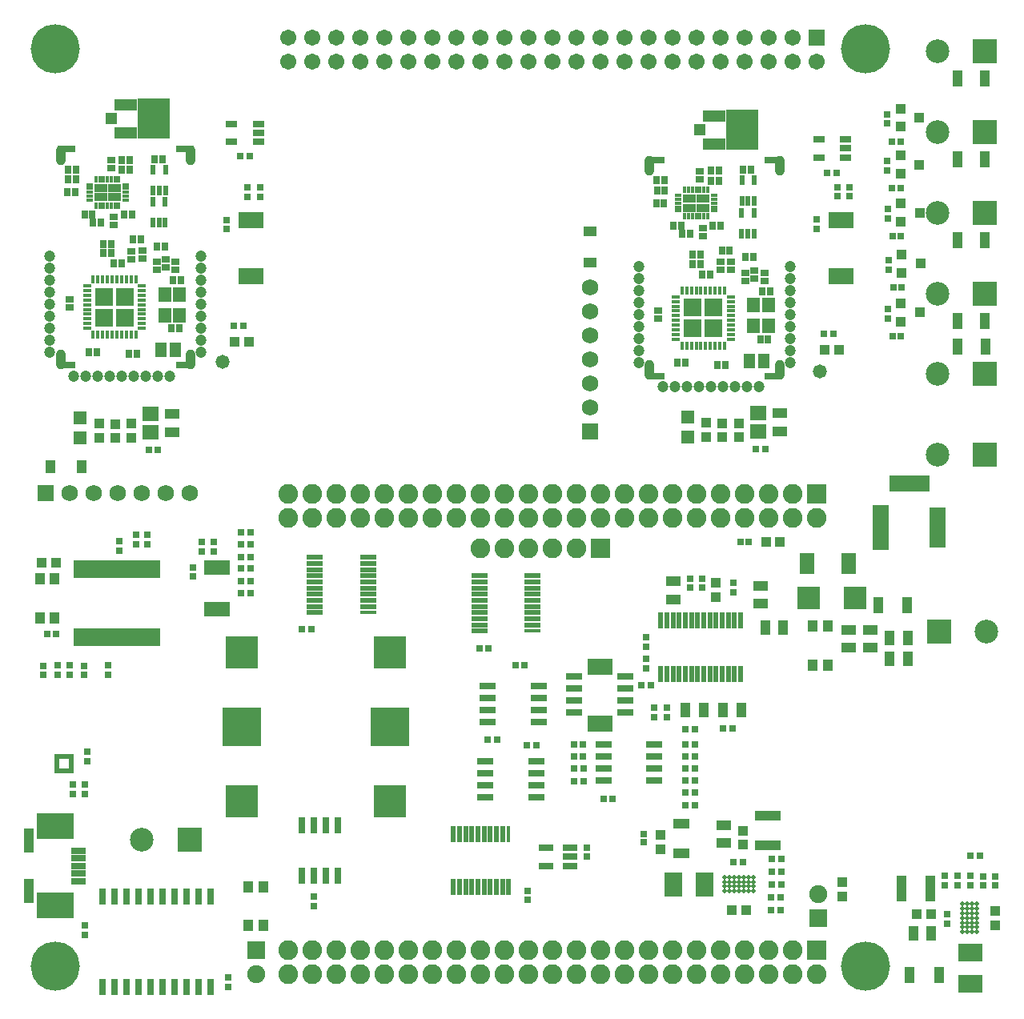
<source format=gts>
G04*
G04 #@! TF.GenerationSoftware,Altium Limited,Altium Designer,20.1.14 (287)*
G04*
G04 Layer_Color=8388736*
%FSLAX44Y44*%
%MOMM*%
G71*
G04*
G04 #@! TF.SameCoordinates,45AFD5CB-E2DC-46B4-AC03-AB9053879BB0*
G04*
G04*
G04 #@! TF.FilePolarity,Negative*
G04*
G01*
G75*
%ADD92R,3.3782X4.1910*%
%ADD93R,0.8128X0.7366*%
%ADD94R,0.7366X0.8128*%
%ADD95R,1.2192X1.6002*%
%ADD96R,1.2532X1.2032*%
%ADD97R,2.4032X1.2532*%
%ADD98R,1.9032X1.9032*%
%ADD99R,0.9032X0.4232*%
%ADD100R,0.4232X0.9032*%
%ADD101R,0.6032X1.1032*%
%ADD102R,1.3532X0.8532*%
%ADD103R,0.4032X0.8032*%
%ADD104R,0.8032X0.4032*%
%ADD105R,1.4224X1.6256*%
%ADD106C,1.2032*%
%ADD107R,1.9533X0.7033*%
%ADD108R,0.7033X1.9533*%
%ADD109R,0.7032X1.7132*%
%ADD110R,0.4400X1.7400*%
%ADD111R,0.5032X1.8032*%
%ADD112R,1.7400X0.4400*%
%ADD113R,1.8032X0.5032*%
%ADD114R,0.6532X1.9532*%
%ADD115R,0.5032X0.6032*%
%ADD116R,0.6032X0.5032*%
%ADD117R,0.6532X1.6532*%
%ADD118R,2.3632X2.4632*%
%ADD119R,4.1632X4.1632*%
%ADD120R,3.3832X3.3832*%
%ADD121R,0.7032X0.7032*%
%ADD122R,1.1032X1.5032*%
%ADD123R,1.1032X1.8032*%
%ADD124R,2.5032X1.8532*%
%ADD125R,0.7032X0.7032*%
%ADD126R,1.0032X1.0032*%
%ADD127R,1.8532X2.5032*%
%ADD128R,2.7032X1.1032*%
%ADD129R,1.5032X1.1032*%
%ADD130R,1.8032X1.1032*%
%ADD131C,1.4732*%
%ADD132R,1.4032X1.4032*%
%ADD133R,1.0032X1.0032*%
%ADD134R,1.4232X1.1132*%
%ADD135R,1.1132X1.4232*%
%ADD136R,0.7032X0.8032*%
%ADD137R,1.6032X2.2032*%
%ADD138R,0.8032X0.7032*%
%ADD139R,1.0032X2.5532*%
%ADD140R,4.0032X2.7032*%
%ADD141R,1.6032X0.7032*%
%ADD142R,1.1032X1.0032*%
%ADD143R,1.1032X1.2032*%
%ADD144R,1.3032X0.8032*%
%ADD145R,1.7532X0.8032*%
%ADD146R,0.8032X1.7532*%
%ADD147R,0.8032X1.7032*%
%ADD148R,0.6532X1.6032*%
%ADD149R,1.5032X0.7532*%
%ADD150R,1.6732X1.4882*%
%ADD151C,0.4657*%
%ADD152R,1.1032X2.7032*%
%ADD153R,0.5532X1.6532*%
G04:AMPARAMS|DCode=154|XSize=2.1032mm|YSize=0.9532mm|CornerRadius=0.4391mm|HoleSize=0mm|Usage=FLASHONLY|Rotation=90.000|XOffset=0mm|YOffset=0mm|HoleType=Round|Shape=RoundedRectangle|*
%AMROUNDEDRECTD154*
21,1,2.1032,0.0750,0,0,90.0*
21,1,1.2250,0.9532,0,0,90.0*
1,1,0.8782,0.0375,0.6125*
1,1,0.8782,0.0375,-0.6125*
1,1,0.8782,-0.0375,-0.6125*
1,1,0.8782,-0.0375,0.6125*
%
%ADD154ROUNDEDRECTD154*%
%ADD155C,1.7032*%
%ADD156R,1.7032X1.7032*%
%ADD157C,1.9032*%
%ADD158C,2.5032*%
%ADD159R,2.5032X2.5032*%
%ADD160C,2.0828*%
%ADD161R,2.0828X2.0828*%
%ADD162C,1.7332*%
%ADD163R,1.7332X1.7332*%
%ADD164R,1.7332X1.7332*%
%ADD165R,1.7032X4.2192*%
%ADD166R,4.2192X1.7032*%
%ADD167R,1.7032X4.7192*%
%ADD168C,5.2032*%
%ADD169C,0.0508*%
%ADD170C,0.0020*%
D92*
X766906Y924441D02*
D03*
X144239Y936054D02*
D03*
D93*
X789926Y764741D02*
D03*
Y773123D02*
D03*
X779441Y767451D02*
D03*
Y775833D02*
D03*
X769896Y773057D02*
D03*
Y764675D02*
D03*
X677804Y733540D02*
D03*
Y725158D02*
D03*
X754847Y776783D02*
D03*
Y785165D02*
D03*
X724936Y820593D02*
D03*
Y812211D02*
D03*
X743331Y776154D02*
D03*
Y784536D02*
D03*
X721837Y872198D02*
D03*
Y880580D02*
D03*
X99170Y883811D02*
D03*
Y892193D02*
D03*
X102269Y832206D02*
D03*
Y823824D02*
D03*
X120664Y787767D02*
D03*
Y796149D02*
D03*
X132180Y788396D02*
D03*
Y796778D02*
D03*
X147229Y784670D02*
D03*
X147229Y776288D02*
D03*
X156774Y779064D02*
D03*
X156774Y787446D02*
D03*
X167259Y776354D02*
D03*
Y784736D02*
D03*
X55137Y745153D02*
D03*
X55137Y736771D02*
D03*
D94*
X740601Y675862D02*
D03*
X748983D02*
D03*
X698384Y677899D02*
D03*
X706766D02*
D03*
X785627Y702651D02*
D03*
X794009D02*
D03*
X795855Y753778D02*
D03*
X787473D02*
D03*
X753420Y796793D02*
D03*
X745038D02*
D03*
X732965Y771687D02*
D03*
X724583D02*
D03*
X722357Y792291D02*
D03*
X713975D02*
D03*
X676415Y860045D02*
D03*
X684797D02*
D03*
X675582Y846892D02*
D03*
X683964D02*
D03*
X676079Y870853D02*
D03*
X684461D02*
D03*
X733482Y870441D02*
D03*
X741864D02*
D03*
X733439Y880998D02*
D03*
X741821D02*
D03*
X713975Y782360D02*
D03*
X722357D02*
D03*
X743664Y823022D02*
D03*
X735282D02*
D03*
X770134Y789619D02*
D03*
X778516D02*
D03*
X767825Y881990D02*
D03*
X776207D02*
D03*
X702146Y823265D02*
D03*
X693764D02*
D03*
X711194Y814385D02*
D03*
X702812D02*
D03*
X110815Y882054D02*
D03*
X119197D02*
D03*
X110772Y892611D02*
D03*
X119154D02*
D03*
X145158Y893603D02*
D03*
X153540D02*
D03*
X53412Y882466D02*
D03*
X61794D02*
D03*
X53748Y871658D02*
D03*
X62130D02*
D03*
X52915Y858505D02*
D03*
X61297D02*
D03*
X79479Y834878D02*
D03*
X71097D02*
D03*
X120997Y834635D02*
D03*
X112615D02*
D03*
X88527Y825998D02*
D03*
X80145D02*
D03*
X130753Y808406D02*
D03*
X122371Y808406D02*
D03*
X99690Y803904D02*
D03*
X91308D02*
D03*
Y793973D02*
D03*
X99690D02*
D03*
X110298Y783300D02*
D03*
X101916D02*
D03*
X147467Y801232D02*
D03*
X155849D02*
D03*
X173188Y765391D02*
D03*
X164806D02*
D03*
X162960Y714264D02*
D03*
X171342D02*
D03*
X117934Y687475D02*
D03*
X126316D02*
D03*
X75717Y689512D02*
D03*
X84099Y689512D02*
D03*
D95*
X774234Y679943D02*
D03*
X789474D02*
D03*
X151567Y691556D02*
D03*
X166807D02*
D03*
D96*
X721938Y924441D02*
D03*
X99271Y936054D02*
D03*
D97*
X737188Y909691D02*
D03*
Y939191D02*
D03*
X114521Y921304D02*
D03*
X114521Y950804D02*
D03*
D98*
X736396Y714349D02*
D03*
X714396D02*
D03*
Y736349D02*
D03*
X736396D02*
D03*
X113729Y725962D02*
D03*
X91729Y725962D02*
D03*
X91729Y747962D02*
D03*
X113729D02*
D03*
X846582Y90932D02*
D03*
X252222Y56388D02*
D03*
D99*
X754396Y722849D02*
D03*
Y717849D02*
D03*
X696396Y747849D02*
D03*
Y702849D02*
D03*
X754396Y742849D02*
D03*
X696396Y737849D02*
D03*
Y732849D02*
D03*
Y722849D02*
D03*
Y712849D02*
D03*
Y707849D02*
D03*
Y742849D02*
D03*
X754396Y702849D02*
D03*
Y707849D02*
D03*
X696396Y717849D02*
D03*
X754396Y747849D02*
D03*
Y727849D02*
D03*
Y737849D02*
D03*
X696396Y727849D02*
D03*
X754396Y712849D02*
D03*
Y732849D02*
D03*
X131729Y734462D02*
D03*
X131729Y729462D02*
D03*
X73729Y759462D02*
D03*
Y714462D02*
D03*
X131729Y754462D02*
D03*
X73729Y749462D02*
D03*
Y744462D02*
D03*
Y734462D02*
D03*
Y724462D02*
D03*
Y719462D02*
D03*
Y754462D02*
D03*
X131729Y714462D02*
D03*
Y719462D02*
D03*
X73729Y729462D02*
D03*
X131729Y759462D02*
D03*
X131729Y739462D02*
D03*
Y749462D02*
D03*
X73729Y739462D02*
D03*
X131729Y724462D02*
D03*
X131729Y744462D02*
D03*
D100*
X742896Y696349D02*
D03*
X717896Y754349D02*
D03*
X727896D02*
D03*
X702896D02*
D03*
X722896D02*
D03*
X712896D02*
D03*
X707896D02*
D03*
X747896D02*
D03*
X702896Y696349D02*
D03*
X707896D02*
D03*
X712896D02*
D03*
X717896D02*
D03*
X727896D02*
D03*
X732896D02*
D03*
X737896D02*
D03*
X747896D02*
D03*
X722896D02*
D03*
X732896Y754349D02*
D03*
X742896D02*
D03*
X737896D02*
D03*
X120229Y707962D02*
D03*
X95229Y765962D02*
D03*
X105229Y765962D02*
D03*
X80229D02*
D03*
X100229Y765962D02*
D03*
X90229D02*
D03*
X85229Y765962D02*
D03*
X125229D02*
D03*
X80229Y707962D02*
D03*
X85229D02*
D03*
X90229D02*
D03*
X95229D02*
D03*
X105229D02*
D03*
X110229D02*
D03*
X115229Y707962D02*
D03*
X125229D02*
D03*
X100229Y707962D02*
D03*
X110229Y765962D02*
D03*
X120229D02*
D03*
X115229D02*
D03*
D101*
X779267Y849010D02*
D03*
X766267Y871010D02*
D03*
Y849010D02*
D03*
X772767D02*
D03*
X779267Y871010D02*
D03*
X779101Y814782D02*
D03*
X766101Y836782D02*
D03*
Y814782D02*
D03*
X772601D02*
D03*
X779101Y836782D02*
D03*
X156434Y826395D02*
D03*
X143434Y848395D02*
D03*
Y826395D02*
D03*
X149934D02*
D03*
X156434Y848395D02*
D03*
X156600Y860623D02*
D03*
X143600Y882623D02*
D03*
X143600Y860623D02*
D03*
X150100D02*
D03*
X156600Y882623D02*
D03*
D102*
X710727Y841982D02*
D03*
Y851482D02*
D03*
X725227D02*
D03*
Y841982D02*
D03*
X88060Y853595D02*
D03*
X88060Y863095D02*
D03*
X102560D02*
D03*
Y853595D02*
D03*
D103*
X729977Y860732D02*
D03*
X713977Y832732D02*
D03*
X717977D02*
D03*
X729977D02*
D03*
X713977Y860732D02*
D03*
X709977D02*
D03*
X717977D02*
D03*
X725977D02*
D03*
X721977Y832732D02*
D03*
X705977Y860732D02*
D03*
Y832732D02*
D03*
X709977D02*
D03*
X725977D02*
D03*
X721977Y860732D02*
D03*
X107310Y872345D02*
D03*
X91310Y844345D02*
D03*
X95310D02*
D03*
X107310D02*
D03*
X91310Y872345D02*
D03*
X87310D02*
D03*
X95310D02*
D03*
X103310D02*
D03*
X99310Y844345D02*
D03*
X83310Y872345D02*
D03*
Y844345D02*
D03*
X87310D02*
D03*
X103310D02*
D03*
X99310Y872345D02*
D03*
D104*
X736977Y838732D02*
D03*
Y842732D02*
D03*
Y846732D02*
D03*
Y850732D02*
D03*
Y854732D02*
D03*
X698977Y846732D02*
D03*
Y838732D02*
D03*
Y850732D02*
D03*
Y854732D02*
D03*
Y842732D02*
D03*
X114310Y850345D02*
D03*
Y854345D02*
D03*
Y858345D02*
D03*
Y862345D02*
D03*
Y866345D02*
D03*
X76310Y858345D02*
D03*
Y850345D02*
D03*
Y862345D02*
D03*
Y866345D02*
D03*
Y854345D02*
D03*
D105*
X794373Y738835D02*
D03*
X778371Y716833D02*
D03*
X794373D02*
D03*
X778371Y738835D02*
D03*
X171706Y750448D02*
D03*
X155704Y728446D02*
D03*
X171706D02*
D03*
X155704Y750448D02*
D03*
D106*
X657145Y766829D02*
D03*
Y754129D02*
D03*
Y779529D02*
D03*
Y741429D02*
D03*
Y728729D02*
D03*
X817145Y779529D02*
D03*
Y766829D02*
D03*
Y754129D02*
D03*
Y741429D02*
D03*
X817145Y716029D02*
D03*
X817145Y728729D02*
D03*
X657145Y690629D02*
D03*
Y677929D02*
D03*
Y716029D02*
D03*
Y703329D02*
D03*
X695245Y652529D02*
D03*
X682545D02*
D03*
X707945D02*
D03*
X817145Y677929D02*
D03*
X746045Y652529D02*
D03*
X817145Y703329D02*
D03*
Y690629D02*
D03*
X733345Y652529D02*
D03*
X720645D02*
D03*
X784145D02*
D03*
X758745D02*
D03*
X771445D02*
D03*
X34478Y778442D02*
D03*
X34478Y765742D02*
D03*
Y791142D02*
D03*
Y753042D02*
D03*
Y740342D02*
D03*
X194478Y791142D02*
D03*
X194478Y778442D02*
D03*
X194478Y765742D02*
D03*
Y753042D02*
D03*
X194478Y727642D02*
D03*
X194478Y740342D02*
D03*
X34478Y702242D02*
D03*
Y689542D02*
D03*
Y727642D02*
D03*
X34478Y714942D02*
D03*
X72578Y664142D02*
D03*
X59878Y664142D02*
D03*
X85278D02*
D03*
X194478Y689542D02*
D03*
X123378Y664142D02*
D03*
X194478Y714942D02*
D03*
X194478Y702242D02*
D03*
X110678Y664142D02*
D03*
X97978D02*
D03*
X161478Y664142D02*
D03*
X136078Y664142D02*
D03*
X148778Y664142D02*
D03*
D107*
X799804Y892528D02*
D03*
Y663959D02*
D03*
X674826D02*
D03*
Y892528D02*
D03*
X177137Y904141D02*
D03*
X177137Y675572D02*
D03*
X52159D02*
D03*
X52159Y904141D02*
D03*
D108*
X806055Y886277D02*
D03*
Y670207D02*
D03*
X668575D02*
D03*
Y886277D02*
D03*
X183388Y897890D02*
D03*
Y681820D02*
D03*
X45908D02*
D03*
X45908Y897890D02*
D03*
D109*
X625700Y296644D02*
D03*
X619200D02*
D03*
X612700D02*
D03*
X606200D02*
D03*
Y356644D02*
D03*
X612700D02*
D03*
X619200D02*
D03*
X625700D02*
D03*
D110*
X519724Y179780D02*
D03*
D111*
X513224D02*
D03*
X506724D02*
D03*
X500224D02*
D03*
X493724D02*
D03*
X487224D02*
D03*
X480724D02*
D03*
X474224D02*
D03*
X467724D02*
D03*
X461224D02*
D03*
Y123780D02*
D03*
X467724D02*
D03*
X474224D02*
D03*
X480724D02*
D03*
X487224D02*
D03*
X493724D02*
D03*
X500224D02*
D03*
X506724D02*
D03*
X513224D02*
D03*
X519724D02*
D03*
D112*
X544524Y394216D02*
D03*
X370788Y413736D02*
D03*
D113*
X544524Y400716D02*
D03*
Y407216D02*
D03*
Y413716D02*
D03*
Y420216D02*
D03*
Y426716D02*
D03*
Y433216D02*
D03*
Y439716D02*
D03*
Y446216D02*
D03*
Y452716D02*
D03*
X488524D02*
D03*
Y446216D02*
D03*
Y439716D02*
D03*
Y433216D02*
D03*
Y426716D02*
D03*
Y420216D02*
D03*
Y413716D02*
D03*
Y407216D02*
D03*
Y400716D02*
D03*
Y394216D02*
D03*
X370788Y420236D02*
D03*
Y426736D02*
D03*
Y433236D02*
D03*
Y439736D02*
D03*
Y446236D02*
D03*
Y452736D02*
D03*
Y459236D02*
D03*
Y465736D02*
D03*
Y472236D02*
D03*
X314788D02*
D03*
Y465736D02*
D03*
Y459236D02*
D03*
Y452736D02*
D03*
Y446236D02*
D03*
Y439736D02*
D03*
Y433236D02*
D03*
Y426736D02*
D03*
Y420236D02*
D03*
Y413736D02*
D03*
D114*
X63032Y387372D02*
D03*
X69532D02*
D03*
X76032D02*
D03*
X82532D02*
D03*
X89032D02*
D03*
X95532D02*
D03*
X102032D02*
D03*
X108532D02*
D03*
X115032D02*
D03*
X121532D02*
D03*
X128032D02*
D03*
X134532D02*
D03*
X141032D02*
D03*
X147532D02*
D03*
X63032Y459372D02*
D03*
X69532D02*
D03*
X76032D02*
D03*
X82532D02*
D03*
X89032D02*
D03*
X95532D02*
D03*
X102032D02*
D03*
X108532D02*
D03*
X115032D02*
D03*
X121532D02*
D03*
X128032D02*
D03*
X134532D02*
D03*
X141032D02*
D03*
X147532D02*
D03*
D115*
X52156Y246426D02*
D03*
X47156D02*
D03*
Y261426D02*
D03*
X52156D02*
D03*
D116*
X42031Y246426D02*
D03*
Y251426D02*
D03*
Y256426D02*
D03*
Y261426D02*
D03*
X57281D02*
D03*
Y256426D02*
D03*
Y251426D02*
D03*
Y246426D02*
D03*
D117*
X861166Y828983D02*
D03*
X867666D02*
D03*
X874166D02*
D03*
X880666D02*
D03*
Y769983D02*
D03*
X874166D02*
D03*
X867666D02*
D03*
X861166D02*
D03*
X237342Y828475D02*
D03*
X243842D02*
D03*
X250342D02*
D03*
X256842D02*
D03*
Y769475D02*
D03*
X250342D02*
D03*
X243842D02*
D03*
X237342D02*
D03*
D118*
X885544Y429006D02*
D03*
X836544D02*
D03*
D119*
X394246Y292860D02*
D03*
X237490Y293116D02*
D03*
D120*
X394246Y214160D02*
D03*
Y371560D02*
D03*
X237490Y371816D02*
D03*
Y214416D02*
D03*
D121*
X236960Y447266D02*
D03*
X246960D02*
D03*
X236960Y434256D02*
D03*
X246960D02*
D03*
X498552Y375920D02*
D03*
X488552D02*
D03*
X310816Y395986D02*
D03*
X300816D02*
D03*
X767030Y150211D02*
D03*
X757030D02*
D03*
X807416Y99411D02*
D03*
X797416D02*
D03*
X807416Y112873D02*
D03*
X797416D02*
D03*
X807670Y126335D02*
D03*
X797670D02*
D03*
X807924Y153259D02*
D03*
X797924D02*
D03*
X866050Y879094D02*
D03*
X856050D02*
D03*
X245782Y896366D02*
D03*
X235782D02*
D03*
X31322Y391340D02*
D03*
X41322D02*
D03*
X239060Y717099D02*
D03*
X229060D02*
D03*
X862814Y708914D02*
D03*
X852814D02*
D03*
X148820Y585978D02*
D03*
X138820D02*
D03*
X791186Y586994D02*
D03*
X781186D02*
D03*
X716557Y290830D02*
D03*
X706557D02*
D03*
X756658Y291116D02*
D03*
X746658D02*
D03*
X669718Y337356D02*
D03*
X659718D02*
D03*
X629760Y216916D02*
D03*
X619760D02*
D03*
X538964Y273412D02*
D03*
X548964D02*
D03*
X507510Y279204D02*
D03*
X497510D02*
D03*
X716196Y223266D02*
D03*
X706196D02*
D03*
X716450Y248666D02*
D03*
X706450D02*
D03*
X716450Y261366D02*
D03*
X706450D02*
D03*
X588340Y274066D02*
D03*
X598340D02*
D03*
X588340Y261366D02*
D03*
X598340D02*
D03*
X588594Y248666D02*
D03*
X598594D02*
D03*
X598598Y235712D02*
D03*
X588598D02*
D03*
X706200Y210276D02*
D03*
X716200D02*
D03*
X706450Y236184D02*
D03*
X716450D02*
D03*
X706450Y274284D02*
D03*
X716450D02*
D03*
X246887Y472786D02*
D03*
X236887D02*
D03*
X1017698Y156682D02*
D03*
X1007698D02*
D03*
X807670Y139543D02*
D03*
X797670D02*
D03*
X246887Y498312D02*
D03*
X236887D02*
D03*
X236808Y460298D02*
D03*
X246808D02*
D03*
X236808Y485612D02*
D03*
X246808D02*
D03*
X526622Y358104D02*
D03*
X536622D02*
D03*
D122*
X966706Y74168D02*
D03*
X947706D02*
D03*
X725526Y311150D02*
D03*
X706526D02*
D03*
X765658D02*
D03*
X746658D02*
D03*
X922426Y364744D02*
D03*
X941426D02*
D03*
X922426Y386588D02*
D03*
X941426D02*
D03*
X810108Y398272D02*
D03*
X791108D02*
D03*
D123*
X974484Y30480D02*
D03*
X943484D02*
D03*
X941330Y421894D02*
D03*
X910330D02*
D03*
X994220Y893172D02*
D03*
X1023220D02*
D03*
X994450Y722560D02*
D03*
X1023450D02*
D03*
X994220Y978516D02*
D03*
X1023220D02*
D03*
X994474Y807828D02*
D03*
X1023474D02*
D03*
X994690Y695162D02*
D03*
X1023690D02*
D03*
D124*
X1007876Y54589D02*
D03*
Y21589D02*
D03*
D125*
X983662Y94662D02*
D03*
Y84662D02*
D03*
X994330Y135302D02*
D03*
Y125302D02*
D03*
X1007538Y135302D02*
D03*
Y125302D02*
D03*
X866902Y864028D02*
D03*
Y854028D02*
D03*
X879856Y864028D02*
D03*
Y854028D02*
D03*
X845058Y829738D02*
D03*
Y819738D02*
D03*
X221234Y829230D02*
D03*
Y819230D02*
D03*
X243078Y863520D02*
D03*
Y853520D02*
D03*
X256842Y863520D02*
D03*
Y853520D02*
D03*
X107442Y489596D02*
D03*
Y479596D02*
D03*
X223012Y28106D02*
D03*
Y18106D02*
D03*
X185420Y451736D02*
D03*
Y461736D02*
D03*
X71628Y72978D02*
D03*
Y82978D02*
D03*
X73660Y266406D02*
D03*
Y256406D02*
D03*
X313436Y103520D02*
D03*
Y113520D02*
D03*
X919988Y891308D02*
D03*
Y881308D02*
D03*
X920248Y840584D02*
D03*
Y830584D02*
D03*
X919988Y940954D02*
D03*
Y930954D02*
D03*
X920370Y734996D02*
D03*
Y724996D02*
D03*
X921258Y786520D02*
D03*
Y776520D02*
D03*
X42544Y358240D02*
D03*
Y348240D02*
D03*
X55498Y357986D02*
D03*
Y347986D02*
D03*
X95630Y348240D02*
D03*
Y358240D02*
D03*
X137794Y496162D02*
D03*
Y486162D02*
D03*
X723980Y440008D02*
D03*
Y450008D02*
D03*
X125856Y496162D02*
D03*
Y486162D02*
D03*
X1034462Y135048D02*
D03*
Y125048D02*
D03*
X1021000Y125048D02*
D03*
Y135048D02*
D03*
X207900Y488326D02*
D03*
Y478326D02*
D03*
X195326Y478326D02*
D03*
Y488326D02*
D03*
X58850Y222119D02*
D03*
Y232119D02*
D03*
X71754Y232002D02*
D03*
Y222002D02*
D03*
X539750Y119808D02*
D03*
Y109808D02*
D03*
X602488Y165448D02*
D03*
Y155448D02*
D03*
X664718Y387996D02*
D03*
Y377996D02*
D03*
X980614Y135556D02*
D03*
Y125556D02*
D03*
X757214Y445182D02*
D03*
Y435182D02*
D03*
X664718Y355172D02*
D03*
Y365172D02*
D03*
X711557Y450008D02*
D03*
Y440008D02*
D03*
X673604Y313102D02*
D03*
Y303102D02*
D03*
X686876Y313166D02*
D03*
Y303166D02*
D03*
D126*
X1034259Y98229D02*
D03*
Y83229D02*
D03*
X767294Y183151D02*
D03*
Y168151D02*
D03*
X728726Y614354D02*
D03*
Y599354D02*
D03*
X745744Y614264D02*
D03*
Y599264D02*
D03*
X86360Y613756D02*
D03*
Y598756D02*
D03*
X103378Y613258D02*
D03*
Y598258D02*
D03*
X738876Y445316D02*
D03*
Y430316D02*
D03*
X871982Y113502D02*
D03*
Y128502D02*
D03*
X679958Y178690D02*
D03*
Y163690D02*
D03*
D127*
X726957Y125997D02*
D03*
X693957D02*
D03*
D128*
X793496Y198634D02*
D03*
Y167634D02*
D03*
D129*
X747482Y188961D02*
D03*
Y169961D02*
D03*
X164084Y623926D02*
D03*
Y604926D02*
D03*
X806450Y624450D02*
D03*
Y605450D02*
D03*
X693674Y446634D02*
D03*
Y427634D02*
D03*
X879348Y376580D02*
D03*
Y395580D02*
D03*
X901954Y376580D02*
D03*
Y395580D02*
D03*
X786384Y442316D02*
D03*
Y423316D02*
D03*
D130*
X702564Y190500D02*
D03*
Y159500D02*
D03*
D131*
X848868Y668528D02*
D03*
X217424Y679105D02*
D03*
D132*
X708914Y620354D02*
D03*
Y599354D02*
D03*
X66548Y619846D02*
D03*
Y598846D02*
D03*
D133*
X763270Y614264D02*
D03*
Y599264D02*
D03*
X120904Y613756D02*
D03*
Y598756D02*
D03*
X245060Y700335D02*
D03*
X230060D02*
D03*
X868814Y692150D02*
D03*
X853814D02*
D03*
X40900Y466270D02*
D03*
X25900D02*
D03*
X806738Y488950D02*
D03*
X791738D02*
D03*
X950976Y94742D02*
D03*
X965976D02*
D03*
X770800Y99411D02*
D03*
X755800D02*
D03*
D134*
X605526Y817002D02*
D03*
Y784302D02*
D03*
D135*
X35406Y568198D02*
D03*
X68106D02*
D03*
D136*
X925522Y706120D02*
D03*
X934522D02*
D03*
X925140Y912078D02*
D03*
X934140D02*
D03*
X925400Y811708D02*
D03*
X934400D02*
D03*
X925140Y862432D02*
D03*
X934140D02*
D03*
X926410Y757644D02*
D03*
X935410D02*
D03*
X773466Y488950D02*
D03*
X764466D02*
D03*
D137*
X834996Y465860D02*
D03*
X878996D02*
D03*
D138*
X27812Y348232D02*
D03*
Y357232D02*
D03*
X662432Y179754D02*
D03*
Y170754D02*
D03*
X70230Y347978D02*
D03*
Y356978D02*
D03*
D139*
X12516Y172674D02*
D03*
Y119174D02*
D03*
D140*
X40516Y103924D02*
D03*
Y187924D02*
D03*
D141*
X64516Y129924D02*
D03*
Y137924D02*
D03*
Y145924D02*
D03*
Y153924D02*
D03*
Y161924D02*
D03*
D142*
X933864Y897078D02*
D03*
Y878078D02*
D03*
X953864Y887578D02*
D03*
X935134Y792290D02*
D03*
Y773290D02*
D03*
X955134Y782790D02*
D03*
X933864Y946724D02*
D03*
Y927724D02*
D03*
X953864Y937224D02*
D03*
X934124Y846354D02*
D03*
Y827354D02*
D03*
X954124Y836854D02*
D03*
X934246Y740766D02*
D03*
Y721766D02*
D03*
X954246Y731266D02*
D03*
D143*
X857122Y358468D02*
D03*
Y399468D02*
D03*
X841122Y358468D02*
D03*
Y399468D02*
D03*
X23622Y449432D02*
D03*
Y408432D02*
D03*
X39622Y449432D02*
D03*
Y408432D02*
D03*
X244096Y123847D02*
D03*
Y82847D02*
D03*
X260096Y123847D02*
D03*
Y82847D02*
D03*
D144*
X254782Y911910D02*
D03*
Y921410D02*
D03*
Y930910D02*
D03*
X226782D02*
D03*
Y911910D02*
D03*
X875608Y895263D02*
D03*
Y904763D02*
D03*
Y914263D02*
D03*
X847608D02*
D03*
Y895263D02*
D03*
D145*
X588874Y345948D02*
D03*
Y333248D02*
D03*
Y320548D02*
D03*
Y307848D02*
D03*
X642874Y345948D02*
D03*
Y333248D02*
D03*
Y320548D02*
D03*
Y307848D02*
D03*
X673760Y235966D02*
D03*
Y248666D02*
D03*
Y261366D02*
D03*
Y274066D02*
D03*
X619760Y235966D02*
D03*
Y248666D02*
D03*
Y261366D02*
D03*
Y274066D02*
D03*
X494964Y256902D02*
D03*
Y244202D02*
D03*
Y231502D02*
D03*
Y218802D02*
D03*
X548964Y256902D02*
D03*
Y244202D02*
D03*
Y231502D02*
D03*
Y218802D02*
D03*
X551510Y298450D02*
D03*
Y311150D02*
D03*
Y323850D02*
D03*
Y336550D02*
D03*
X497510Y298450D02*
D03*
Y311150D02*
D03*
Y323850D02*
D03*
Y336550D02*
D03*
D146*
X300736Y135154D02*
D03*
X313436D02*
D03*
X326136D02*
D03*
X338836D02*
D03*
X300736Y189154D02*
D03*
X313436D02*
D03*
X326136D02*
D03*
X338836D02*
D03*
D147*
X203962Y113106D02*
D03*
X191262D02*
D03*
X178562D02*
D03*
X165862D02*
D03*
X153162D02*
D03*
X140462D02*
D03*
X127762D02*
D03*
X115062D02*
D03*
X102362D02*
D03*
X89662D02*
D03*
Y18106D02*
D03*
X102362D02*
D03*
X115062D02*
D03*
X127762D02*
D03*
X140462D02*
D03*
X153162D02*
D03*
X165862D02*
D03*
X178562D02*
D03*
X191262D02*
D03*
X203962D02*
D03*
D148*
X201400Y461737D02*
D03*
X207900D02*
D03*
X214400D02*
D03*
X220900D02*
D03*
Y417737D02*
D03*
X214400D02*
D03*
X207900D02*
D03*
X201400D02*
D03*
D149*
X559254Y164948D02*
D03*
Y145948D02*
D03*
X584254Y164948D02*
D03*
Y155448D02*
D03*
Y145948D02*
D03*
D150*
X140970Y623942D02*
D03*
Y604492D02*
D03*
X783336Y624450D02*
D03*
Y605000D02*
D03*
D151*
X748300Y119089D02*
D03*
X753300D02*
D03*
X758300D02*
D03*
X763300D02*
D03*
X768300D02*
D03*
X773300D02*
D03*
X778300D02*
D03*
X748300Y124089D02*
D03*
X753300D02*
D03*
X758300D02*
D03*
X763300D02*
D03*
X768300D02*
D03*
X773300D02*
D03*
X778300D02*
D03*
X748300Y129089D02*
D03*
X753300D02*
D03*
X758300D02*
D03*
X763300D02*
D03*
X768300D02*
D03*
X773300D02*
D03*
X778300D02*
D03*
X748300Y134089D02*
D03*
X753300D02*
D03*
X758300D02*
D03*
X763300D02*
D03*
X768300D02*
D03*
X773300D02*
D03*
X778300D02*
D03*
X1014784Y105932D02*
D03*
Y100932D02*
D03*
X1009784D02*
D03*
X1014784Y90932D02*
D03*
Y95932D02*
D03*
X1009784Y105932D02*
D03*
Y95932D02*
D03*
X1004784D02*
D03*
X1009784Y90932D02*
D03*
X1004784D02*
D03*
X1014784Y80932D02*
D03*
X1009784Y85932D02*
D03*
X1014784D02*
D03*
X1009784Y80932D02*
D03*
X1014784Y75932D02*
D03*
X1009784D02*
D03*
X1004784Y105932D02*
D03*
Y85932D02*
D03*
Y100932D02*
D03*
X999784D02*
D03*
Y95932D02*
D03*
Y105932D02*
D03*
Y85932D02*
D03*
Y90932D02*
D03*
X1004784Y80932D02*
D03*
X999784D02*
D03*
X1004784Y75932D02*
D03*
X999784D02*
D03*
D152*
X965714Y121666D02*
D03*
X934714D02*
D03*
D153*
X764876Y348732D02*
D03*
X758376D02*
D03*
Y405232D02*
D03*
X764876D02*
D03*
X680376Y348732D02*
D03*
X686876D02*
D03*
X693376D02*
D03*
X699876D02*
D03*
X706376D02*
D03*
X712876D02*
D03*
X719376D02*
D03*
X725876D02*
D03*
X732376D02*
D03*
X738876D02*
D03*
X745376D02*
D03*
X751876D02*
D03*
Y405232D02*
D03*
X745376D02*
D03*
X738876D02*
D03*
X732376D02*
D03*
X725876D02*
D03*
X719376D02*
D03*
X712876D02*
D03*
X706376D02*
D03*
X699876D02*
D03*
X693376D02*
D03*
X686876D02*
D03*
X680376D02*
D03*
D154*
X806055Y886277D02*
D03*
X668575D02*
D03*
X668575Y670207D02*
D03*
X806055D02*
D03*
X183388Y681820D02*
D03*
X45908D02*
D03*
X45908Y897890D02*
D03*
X183388D02*
D03*
D155*
X286766Y996442D02*
D03*
X312166D02*
D03*
X337566D02*
D03*
X362966D02*
D03*
X388366D02*
D03*
X413766D02*
D03*
X439166D02*
D03*
X464566D02*
D03*
X489966D02*
D03*
X515366D02*
D03*
X540766D02*
D03*
X566166D02*
D03*
X591566D02*
D03*
X616966D02*
D03*
X642366D02*
D03*
X667766D02*
D03*
X693166D02*
D03*
X718566D02*
D03*
X743966D02*
D03*
X769366D02*
D03*
X794766D02*
D03*
X820166D02*
D03*
X845566D02*
D03*
X286766Y1021842D02*
D03*
X312166D02*
D03*
X337566D02*
D03*
X362966D02*
D03*
X388366D02*
D03*
X413766D02*
D03*
X439166D02*
D03*
X464566D02*
D03*
X489966D02*
D03*
X515366D02*
D03*
X540766D02*
D03*
X566166D02*
D03*
X591566D02*
D03*
X616966D02*
D03*
X642366D02*
D03*
X667766D02*
D03*
X693166D02*
D03*
X718566D02*
D03*
X743966D02*
D03*
X769366D02*
D03*
X794766D02*
D03*
X820166D02*
D03*
D156*
X845566D02*
D03*
D157*
X846582Y116332D02*
D03*
X252222Y30988D02*
D03*
D158*
X1024744Y393446D02*
D03*
X973220Y922020D02*
D03*
X131972Y173736D02*
D03*
X973220Y666242D02*
D03*
X973474Y836676D02*
D03*
X973220Y1007364D02*
D03*
X973450Y751408D02*
D03*
X973366Y580898D02*
D03*
D159*
X974744Y393446D02*
D03*
X1023220Y922020D02*
D03*
X181972Y173736D02*
D03*
X1023220Y666242D02*
D03*
X1023474Y836676D02*
D03*
X1023220Y1007364D02*
D03*
X1023450Y751408D02*
D03*
X1023366Y580898D02*
D03*
D160*
X820166Y539242D02*
D03*
X845566Y513842D02*
D03*
X794766Y539242D02*
D03*
X743966D02*
D03*
X769366D02*
D03*
X820166Y513842D02*
D03*
X769366D02*
D03*
X794766D02*
D03*
X743966D02*
D03*
X718566Y539242D02*
D03*
X693166Y513842D02*
D03*
X667766Y539242D02*
D03*
X693166D02*
D03*
X591566D02*
D03*
X642366D02*
D03*
X667766Y513842D02*
D03*
X616966Y539242D02*
D03*
X718566Y513842D02*
D03*
X642366D02*
D03*
X616966D02*
D03*
X591566D02*
D03*
Y482092D02*
D03*
X820166Y56642D02*
D03*
X769366D02*
D03*
X794766D02*
D03*
X743966D02*
D03*
X845566Y31242D02*
D03*
X794766D02*
D03*
X820166D02*
D03*
X769366D02*
D03*
X693166Y56642D02*
D03*
X718566D02*
D03*
X667766D02*
D03*
X642366D02*
D03*
X591566D02*
D03*
X616966D02*
D03*
X591566Y31242D02*
D03*
X718566D02*
D03*
X743966D02*
D03*
X693166D02*
D03*
X642366D02*
D03*
X667766D02*
D03*
X616966D02*
D03*
X566166Y539242D02*
D03*
X540766D02*
D03*
X566166Y513842D02*
D03*
X515366Y539242D02*
D03*
X540766Y513842D02*
D03*
X489966Y539242D02*
D03*
X464566D02*
D03*
X439166D02*
D03*
X515366Y513842D02*
D03*
X540766Y482092D02*
D03*
X566166D02*
D03*
X515366D02*
D03*
X489966Y513842D02*
D03*
X439166D02*
D03*
X489966Y482092D02*
D03*
X464566Y513842D02*
D03*
X388366Y539242D02*
D03*
X413766D02*
D03*
X362966D02*
D03*
X312166D02*
D03*
X337566D02*
D03*
X286766D02*
D03*
X388366Y513842D02*
D03*
X413766D02*
D03*
X362966D02*
D03*
X312166D02*
D03*
X337566D02*
D03*
X286766D02*
D03*
X540766Y56642D02*
D03*
X566166D02*
D03*
X489966D02*
D03*
X515366D02*
D03*
X464566D02*
D03*
X439166D02*
D03*
X413766D02*
D03*
X489966Y31242D02*
D03*
X540766D02*
D03*
X566166D02*
D03*
X515366D02*
D03*
X464566D02*
D03*
X439166D02*
D03*
X362966Y56642D02*
D03*
X388366D02*
D03*
X337566D02*
D03*
X312166D02*
D03*
X286766D02*
D03*
X388366Y31242D02*
D03*
X413766D02*
D03*
X362966D02*
D03*
X312166D02*
D03*
X337566D02*
D03*
X286766D02*
D03*
D161*
X845566Y539242D02*
D03*
X616966Y482092D02*
D03*
X845566Y56642D02*
D03*
D162*
X182118Y540258D02*
D03*
X156718D02*
D03*
X131318D02*
D03*
X105918D02*
D03*
X80518D02*
D03*
X55118D02*
D03*
X605790Y757428D02*
D03*
Y732028D02*
D03*
Y706628D02*
D03*
Y681228D02*
D03*
Y655828D02*
D03*
Y630428D02*
D03*
D163*
X29718Y540258D02*
D03*
D164*
X605790Y605028D02*
D03*
D165*
X973102Y503420D02*
D03*
D166*
X943102Y550420D02*
D03*
D167*
X913102Y503420D02*
D03*
D168*
X897000Y1010000D02*
D03*
X39999Y1010000D02*
D03*
Y40000D02*
D03*
X897000D02*
D03*
D169*
X806450Y594899D02*
D03*
X178562Y604942D02*
D03*
X802752Y586994D02*
D03*
X52070Y619760D02*
D03*
X694436Y620268D02*
D03*
X178816Y593852D02*
D03*
D170*
X773137Y691558D02*
D03*
X727696Y900176D02*
D03*
X796731Y657296D02*
D03*
X670138Y657295D02*
D03*
X667456Y899841D02*
D03*
X796988Y883092D02*
D03*
X812398Y664249D02*
D03*
X661257Y665422D02*
D03*
X677433Y880830D02*
D03*
X741433Y709410D02*
D03*
Y717410D02*
D03*
X733433Y717410D02*
D03*
X733433Y709410D02*
D03*
X717433Y717410D02*
D03*
X709433Y709410D02*
D03*
X717433D02*
D03*
X709433Y717410D02*
D03*
X717433Y741410D02*
D03*
X717433Y733410D02*
D03*
X709433Y733410D02*
D03*
Y741410D02*
D03*
X741433D02*
D03*
X733433D02*
D03*
X741433Y733410D02*
D03*
X733433D02*
D03*
X696117Y688382D02*
D03*
X764015Y754410D02*
D03*
X685201Y768145D02*
D03*
X713532Y774374D02*
D03*
X678114Y770851D02*
D03*
X676842Y672543D02*
D03*
X751213Y756739D02*
D03*
X704315Y687078D02*
D03*
X767445Y668836D02*
D03*
X762890Y673974D02*
D03*
X763218Y684902D02*
D03*
X785424Y691062D02*
D03*
X751785Y695289D02*
D03*
X761081Y703079D02*
D03*
X764780Y708970D02*
D03*
X745002Y762687D02*
D03*
X731701Y762614D02*
D03*
X766267Y858067D02*
D03*
X758193Y842284D02*
D03*
X755092Y815641D02*
D03*
X686063Y761443D02*
D03*
X712021Y841039D02*
D03*
X706152Y841039D02*
D03*
X712021Y852505D02*
D03*
Y846772D02*
D03*
X706152Y852505D02*
D03*
Y846772D02*
D03*
X729628Y852505D02*
D03*
X723759D02*
D03*
X717890D02*
D03*
X729628Y846772D02*
D03*
X723759D02*
D03*
X729628Y841039D02*
D03*
X723759D02*
D03*
X717890D02*
D03*
X717348Y824775D02*
D03*
X691590Y846732D02*
D03*
X772601Y823682D02*
D03*
X695028Y831562D02*
D03*
X694402Y760853D02*
D03*
X779222Y862895D02*
D03*
X691502Y853888D02*
D03*
X788730Y838429D02*
D03*
X699006Y860010D02*
D03*
X714208Y674304D02*
D03*
X667415Y938387D02*
D03*
X682831Y938471D02*
D03*
X699336Y938555D02*
D03*
X683082Y924396D02*
D03*
X667248Y925569D02*
D03*
X699168Y923809D02*
D03*
X709516Y938220D02*
D03*
X666954Y908555D02*
D03*
X682705D02*
D03*
X695859Y909057D02*
D03*
X706331Y907549D02*
D03*
X716301Y912073D02*
D03*
X715966Y905538D02*
D03*
X715882Y899758D02*
D03*
X716217Y894312D02*
D03*
X715128Y889201D02*
D03*
X706582Y899422D02*
D03*
X705074Y891715D02*
D03*
X693764Y895904D02*
D03*
X699962Y883420D02*
D03*
X684044Y900009D02*
D03*
X713913Y883002D02*
D03*
X714081Y875629D02*
D03*
X704823Y875796D02*
D03*
X688568Y882080D02*
D03*
X666792Y870860D02*
D03*
X666959Y859633D02*
D03*
Y845390D02*
D03*
X666871Y836167D02*
D03*
X676255Y833570D02*
D03*
X666870Y827789D02*
D03*
X663854Y818657D02*
D03*
X662430Y808101D02*
D03*
X673322Y818071D02*
D03*
X676254Y826449D02*
D03*
X683794Y823600D02*
D03*
X685973Y814384D02*
D03*
X691335Y810111D02*
D03*
X697200Y804833D02*
D03*
X716804Y806257D02*
D03*
X691084Y795701D02*
D03*
X686057Y801398D02*
D03*
X677176Y796120D02*
D03*
X670641Y804498D02*
D03*
X676255Y810530D02*
D03*
X706415Y787742D02*
D03*
X695272Y787240D02*
D03*
X686056Y790591D02*
D03*
X673992Y788329D02*
D03*
X670598Y708820D02*
D03*
X671647Y697594D02*
D03*
X670809Y684357D02*
D03*
X755009Y673758D02*
D03*
X804690Y735211D02*
D03*
X804481Y748491D02*
D03*
X802847Y760514D02*
D03*
X803517Y773499D02*
D03*
X796144Y784810D02*
D03*
X794887Y793355D02*
D03*
X812398Y793020D02*
D03*
X804481Y787030D02*
D03*
X780478Y802195D02*
D03*
X768035Y800102D02*
D03*
X738504Y810405D02*
D03*
X734482Y794194D02*
D03*
X733778Y805638D02*
D03*
X742943Y816144D02*
D03*
X787347Y811285D02*
D03*
X812063Y823434D02*
D03*
X805779Y811453D02*
D03*
X791285Y856107D02*
D03*
X811895Y855604D02*
D03*
X801422Y867334D02*
D03*
X789942Y866664D02*
D03*
X787096Y880907D02*
D03*
X794469Y874037D02*
D03*
X784499Y892804D02*
D03*
X776959Y904700D02*
D03*
X771932Y897662D02*
D03*
X764057Y905035D02*
D03*
X758695Y898081D02*
D03*
X757186Y880488D02*
D03*
X748808Y881242D02*
D03*
X744536Y897328D02*
D03*
X727361Y889452D02*
D03*
X727780Y894982D02*
D03*
X790699Y907214D02*
D03*
X806366Y906292D02*
D03*
X790531Y918189D02*
D03*
X806031Y918775D02*
D03*
X806198Y929248D02*
D03*
X790699Y928661D02*
D03*
X790447Y939470D02*
D03*
X805946Y938967D02*
D03*
X717890Y846772D02*
D03*
X725433Y725410D02*
D03*
Y733410D02*
D03*
X725433Y741410D02*
D03*
Y717410D02*
D03*
Y709410D02*
D03*
X733433Y725410D02*
D03*
X741433D02*
D03*
X717433Y725410D02*
D03*
X709433D02*
D03*
X719318Y670199D02*
D03*
X779479Y705553D02*
D03*
X769007Y719460D02*
D03*
X709013Y806090D02*
D03*
X143600Y869680D02*
D03*
X76339Y871623D02*
D03*
X166063Y850042D02*
D03*
X68835Y865501D02*
D03*
X156555Y874508D02*
D03*
X122335Y774300D02*
D03*
X109034Y774227D02*
D03*
X142113Y720583D02*
D03*
X138414Y714692D02*
D03*
X129118Y706902D02*
D03*
X162757Y702675D02*
D03*
X140551Y696515D02*
D03*
X140223Y685587D02*
D03*
X144778Y680449D02*
D03*
X81648Y698691D02*
D03*
X128546Y768352D02*
D03*
X54175Y684156D02*
D03*
X149934Y835295D02*
D03*
X72361Y843175D02*
D03*
X71735Y772466D02*
D03*
X63396Y773056D02*
D03*
X132425Y827254D02*
D03*
X55447Y782464D02*
D03*
X90865Y785987D02*
D03*
X62534Y779758D02*
D03*
X68923Y858345D02*
D03*
X141348Y766023D02*
D03*
X150470Y703171D02*
D03*
X73450Y699995D02*
D03*
X94681Y836388D02*
D03*
X135526Y853897D02*
D03*
X91541Y685917D02*
D03*
X44748Y950000D02*
D03*
X60164Y950084D02*
D03*
X76669Y950168D02*
D03*
X60415Y936009D02*
D03*
X44581Y937182D02*
D03*
X76501Y935422D02*
D03*
X86849Y949833D02*
D03*
X44287Y920168D02*
D03*
X60038D02*
D03*
X73192Y920670D02*
D03*
X83664Y919162D02*
D03*
X93634Y923686D02*
D03*
X93299Y917151D02*
D03*
X93215Y911371D02*
D03*
X93550Y905925D02*
D03*
X92461Y900814D02*
D03*
X83915Y911035D02*
D03*
X82407Y903328D02*
D03*
X71097Y907517D02*
D03*
X44789Y911454D02*
D03*
X54766Y892443D02*
D03*
X77295Y895033D02*
D03*
X61377Y911622D02*
D03*
X91246Y894615D02*
D03*
X91414Y887242D02*
D03*
X82156Y887409D02*
D03*
X65901Y893693D02*
D03*
X44125Y882473D02*
D03*
X44292Y871246D02*
D03*
Y857003D02*
D03*
X44204Y847780D02*
D03*
X53588Y845183D02*
D03*
X44203Y839402D02*
D03*
X41187Y830270D02*
D03*
X39763Y819714D02*
D03*
X50655Y829684D02*
D03*
X53587Y838062D02*
D03*
X61127Y835213D02*
D03*
X63306Y825997D02*
D03*
X68668Y821724D02*
D03*
X74533Y816446D02*
D03*
X94137Y817870D02*
D03*
X68417Y807314D02*
D03*
X63390Y813011D02*
D03*
X54509Y807733D02*
D03*
X47974Y816111D02*
D03*
X53588Y822143D02*
D03*
X83748Y799355D02*
D03*
X72605Y798853D02*
D03*
X63389Y802204D02*
D03*
X51325Y799942D02*
D03*
X47931Y720433D02*
D03*
X48980Y709207D02*
D03*
X48142Y695970D02*
D03*
X38590Y677035D02*
D03*
X47471Y668908D02*
D03*
X174064Y668909D02*
D03*
X189731Y675862D02*
D03*
X132342Y685371D02*
D03*
X182023Y746824D02*
D03*
X181814Y760104D02*
D03*
X180180Y772127D02*
D03*
X180850Y785112D02*
D03*
X173477Y796423D02*
D03*
X172220Y804968D02*
D03*
X189731Y804633D02*
D03*
X181814Y798643D02*
D03*
X157811Y813808D02*
D03*
X145368Y811715D02*
D03*
X115837Y822018D02*
D03*
X111815Y805807D02*
D03*
X111111Y817251D02*
D03*
X120276Y827757D02*
D03*
X164680Y822898D02*
D03*
X189396Y835047D02*
D03*
X183112Y823066D02*
D03*
X168618Y867720D02*
D03*
X189228Y867217D02*
D03*
X178755Y878947D02*
D03*
X167275Y878277D02*
D03*
X164429Y892520D02*
D03*
X174321Y894705D02*
D03*
X171802Y885650D02*
D03*
X161832Y904417D02*
D03*
X154292Y916313D02*
D03*
X149265Y909275D02*
D03*
X141390Y916648D02*
D03*
X136028Y909694D02*
D03*
X134519Y892101D02*
D03*
X126141Y892855D02*
D03*
X121869Y908941D02*
D03*
X104694Y901065D02*
D03*
X105113Y906595D02*
D03*
X105029Y911789D02*
D03*
X168032Y918827D02*
D03*
X183699Y917905D02*
D03*
X167864Y929802D02*
D03*
X183364Y930388D02*
D03*
X183531Y940861D02*
D03*
X168032Y940274D02*
D03*
X167780Y951083D02*
D03*
X183279Y950580D02*
D03*
X95223Y858385D02*
D03*
Y864118D02*
D03*
X102766Y737023D02*
D03*
X101092Y858385D02*
D03*
X106961D02*
D03*
X89354D02*
D03*
X83485D02*
D03*
X95223Y852652D02*
D03*
X83485Y852652D02*
D03*
X89354Y852652D02*
D03*
X83485Y864118D02*
D03*
X89354D02*
D03*
X106961D02*
D03*
X101092D02*
D03*
X106961Y852652D02*
D03*
X101092D02*
D03*
X102766Y745023D02*
D03*
X102766Y753023D02*
D03*
Y729023D02*
D03*
Y721023D02*
D03*
X110766D02*
D03*
X110766Y729023D02*
D03*
X110766Y745023D02*
D03*
X110766Y753023D02*
D03*
Y737023D02*
D03*
X118766Y721023D02*
D03*
Y729023D02*
D03*
Y745023D02*
D03*
Y753023D02*
D03*
Y737023D02*
D03*
X94766Y721023D02*
D03*
Y745023D02*
D03*
X94766Y753023D02*
D03*
Y737023D02*
D03*
X86766Y721023D02*
D03*
X86766Y729023D02*
D03*
Y745023D02*
D03*
Y753023D02*
D03*
Y737023D02*
D03*
X96651Y681812D02*
D03*
X156812Y717166D02*
D03*
X146340Y731073D02*
D03*
X94766Y729023D02*
D03*
X86346Y817703D02*
D03*
M02*

</source>
